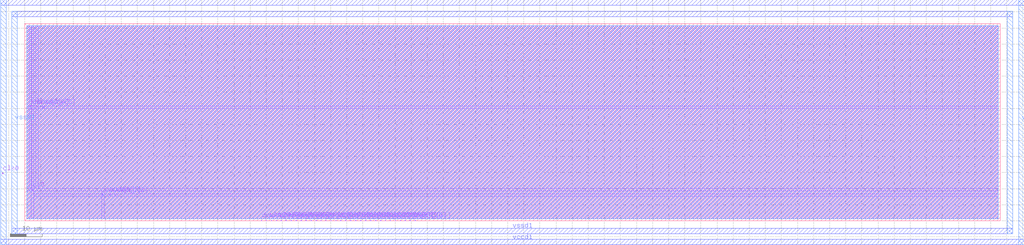
<source format=lef>
VERSION 5.4 ;
NAMESCASESENSITIVE ON ;
BUSBITCHARS "[]" ;
DIVIDERCHAR "/" ;
UNITS
  DATABASE MICRONS 1000 ;
END UNITS
MACRO sky130_rom_krom
   CLASS BLOCK ;
   SIZE 302.89 BY 61.28 ;
   SYMMETRY X Y R90 ;
   PIN clk0
      DIRECTION INPUT ;
      PORT
         LAYER met1 ;
         RECT  -6.975 14.57 -6.715 14.83 ;
      END
   END clk0
   PIN cs0
      DIRECTION INPUT ;
      PORT
         LAYER met1 ;
         RECT  2.245 9.535 2.505 9.795 ;
      END
   END cs0
   PIN addr0[0]
      DIRECTION INPUT ;
      PORT
         LAYER met1 ;
         RECT  24.13 7.905 24.39 8.165 ;
      END
   END addr0[0]
   PIN addr0[1]
      DIRECTION INPUT ;
      PORT
         LAYER met1 ;
         RECT  26.17 7.905 26.43 8.165 ;
      END
   END addr0[1]
   PIN addr0[2]
      DIRECTION INPUT ;
      PORT
         LAYER met1 ;
         RECT  28.21 7.905 28.47 8.165 ;
      END
   END addr0[2]
   PIN addr0[3]
      DIRECTION INPUT ;
      PORT
         LAYER met1 ;
         RECT  1.64 35.25 1.9 35.51 ;
      END
   END addr0[3]
   PIN addr0[4]
      DIRECTION INPUT ;
      PORT
         LAYER met1 ;
         RECT  3.68 35.25 3.94 35.51 ;
      END
   END addr0[4]
   PIN addr0[5]
      DIRECTION INPUT ;
      PORT
         LAYER met1 ;
         RECT  5.72 35.25 5.98 35.51 ;
      END
   END addr0[5]
   PIN dout0[0]
      DIRECTION OUTPUT ;
      PORT
         LAYER met1 ;
         RECT  73.415 -0.045 73.675 0.215 ;
      END
   END dout0[0]
   PIN dout0[1]
      DIRECTION OUTPUT ;
      PORT
         LAYER met1 ;
         RECT  74.955 -0.045 75.215 0.215 ;
      END
   END dout0[1]
   PIN dout0[2]
      DIRECTION OUTPUT ;
      PORT
         LAYER met1 ;
         RECT  76.495 -0.045 76.755 0.215 ;
      END
   END dout0[2]
   PIN dout0[3]
      DIRECTION OUTPUT ;
      PORT
         LAYER met1 ;
         RECT  78.035 -0.045 78.295 0.215 ;
      END
   END dout0[3]
   PIN dout0[4]
      DIRECTION OUTPUT ;
      PORT
         LAYER met1 ;
         RECT  79.575 -0.045 79.835 0.215 ;
      END
   END dout0[4]
   PIN dout0[5]
      DIRECTION OUTPUT ;
      PORT
         LAYER met1 ;
         RECT  81.115 -0.045 81.375 0.215 ;
      END
   END dout0[5]
   PIN dout0[6]
      DIRECTION OUTPUT ;
      PORT
         LAYER met1 ;
         RECT  82.655 -0.045 82.915 0.215 ;
      END
   END dout0[6]
   PIN dout0[7]
      DIRECTION OUTPUT ;
      PORT
         LAYER met1 ;
         RECT  84.195 -0.045 84.455 0.215 ;
      END
   END dout0[7]
   PIN dout0[8]
      DIRECTION OUTPUT ;
      PORT
         LAYER met1 ;
         RECT  85.735 -0.045 85.995 0.215 ;
      END
   END dout0[8]
   PIN dout0[9]
      DIRECTION OUTPUT ;
      PORT
         LAYER met1 ;
         RECT  87.275 -0.045 87.535 0.215 ;
      END
   END dout0[9]
   PIN dout0[10]
      DIRECTION OUTPUT ;
      PORT
         LAYER met1 ;
         RECT  88.815 -0.045 89.075 0.215 ;
      END
   END dout0[10]
   PIN dout0[11]
      DIRECTION OUTPUT ;
      PORT
         LAYER met1 ;
         RECT  90.355 -0.045 90.615 0.215 ;
      END
   END dout0[11]
   PIN dout0[12]
      DIRECTION OUTPUT ;
      PORT
         LAYER met1 ;
         RECT  91.895 -0.045 92.155 0.215 ;
      END
   END dout0[12]
   PIN dout0[13]
      DIRECTION OUTPUT ;
      PORT
         LAYER met1 ;
         RECT  93.435 -0.045 93.695 0.215 ;
      END
   END dout0[13]
   PIN dout0[14]
      DIRECTION OUTPUT ;
      PORT
         LAYER met1 ;
         RECT  94.975 -0.045 95.235 0.215 ;
      END
   END dout0[14]
   PIN dout0[15]
      DIRECTION OUTPUT ;
      PORT
         LAYER met1 ;
         RECT  96.515 -0.045 96.775 0.215 ;
      END
   END dout0[15]
   PIN dout0[16]
      DIRECTION OUTPUT ;
      PORT
         LAYER met1 ;
         RECT  98.055 -0.045 98.315 0.215 ;
      END
   END dout0[16]
   PIN dout0[17]
      DIRECTION OUTPUT ;
      PORT
         LAYER met1 ;
         RECT  99.595 -0.045 99.855 0.215 ;
      END
   END dout0[17]
   PIN dout0[18]
      DIRECTION OUTPUT ;
      PORT
         LAYER met1 ;
         RECT  101.135 -0.045 101.395 0.215 ;
      END
   END dout0[18]
   PIN dout0[19]
      DIRECTION OUTPUT ;
      PORT
         LAYER met1 ;
         RECT  102.675 -0.045 102.935 0.215 ;
      END
   END dout0[19]
   PIN dout0[20]
      DIRECTION OUTPUT ;
      PORT
         LAYER met1 ;
         RECT  104.215 -0.045 104.475 0.215 ;
      END
   END dout0[20]
   PIN dout0[21]
      DIRECTION OUTPUT ;
      PORT
         LAYER met1 ;
         RECT  105.755 -0.045 106.015 0.215 ;
      END
   END dout0[21]
   PIN dout0[22]
      DIRECTION OUTPUT ;
      PORT
         LAYER met1 ;
         RECT  107.295 -0.045 107.555 0.215 ;
      END
   END dout0[22]
   PIN dout0[23]
      DIRECTION OUTPUT ;
      PORT
         LAYER met1 ;
         RECT  108.835 -0.045 109.095 0.215 ;
      END
   END dout0[23]
   PIN dout0[24]
      DIRECTION OUTPUT ;
      PORT
         LAYER met1 ;
         RECT  110.375 -0.045 110.635 0.215 ;
      END
   END dout0[24]
   PIN dout0[25]
      DIRECTION OUTPUT ;
      PORT
         LAYER met1 ;
         RECT  111.915 -0.045 112.175 0.215 ;
      END
   END dout0[25]
   PIN dout0[26]
      DIRECTION OUTPUT ;
      PORT
         LAYER met1 ;
         RECT  113.455 -0.045 113.715 0.215 ;
      END
   END dout0[26]
   PIN dout0[27]
      DIRECTION OUTPUT ;
      PORT
         LAYER met1 ;
         RECT  114.995 -0.045 115.255 0.215 ;
      END
   END dout0[27]
   PIN dout0[28]
      DIRECTION OUTPUT ;
      PORT
         LAYER met1 ;
         RECT  116.535 -0.045 116.795 0.215 ;
      END
   END dout0[28]
   PIN dout0[29]
      DIRECTION OUTPUT ;
      PORT
         LAYER met1 ;
         RECT  118.075 -0.045 118.335 0.215 ;
      END
   END dout0[29]
   PIN dout0[30]
      DIRECTION OUTPUT ;
      PORT
         LAYER met1 ;
         RECT  119.615 -0.045 119.875 0.215 ;
      END
   END dout0[30]
   PIN dout0[31]
      DIRECTION OUTPUT ;
      PORT
         LAYER met1 ;
         RECT  121.155 -0.045 121.415 0.215 ;
      END
   END dout0[31]
   PIN vccd1
      DIRECTION INOUT ;
      USE POWER ; 
      SHAPE ABUTMENT ; 
      PORT
         LAYER met3 ;
         RECT  -7.48 67.02 310.37 68.76 ;
         LAYER met4 ;
         RECT  -7.48 -7.48 -5.74 68.76 ;
         LAYER met4 ;
         RECT  308.63 -7.48 310.37 68.76 ;
         LAYER met3 ;
         RECT  -7.48 -7.48 310.37 -5.74 ;
      END
   END vccd1
   PIN vssd1
      DIRECTION INOUT ;
      USE GROUND ; 
      SHAPE ABUTMENT ; 
      PORT
         LAYER met3 ;
         RECT  -4.0 63.54 306.89 65.28 ;
         LAYER met3 ;
         RECT  -4.0 -4.0 306.89 -2.26 ;
         LAYER met4 ;
         RECT  305.15 -4.0 306.89 65.28 ;
         LAYER met4 ;
         RECT  -4.0 -4.0 -2.26 65.28 ;
      END
   END vssd1
   OBS
   LAYER  met1 ;
      RECT  0.62 0.62 1.965 9.255 ;
      RECT  0.62 9.255 1.965 10.075 ;
      RECT  1.965 0.62 2.785 9.255 ;
      RECT  2.785 9.255 302.27 10.075 ;
      RECT  2.785 0.62 23.85 7.625 ;
      RECT  2.785 7.625 23.85 8.445 ;
      RECT  2.785 8.445 23.85 9.255 ;
      RECT  23.85 0.62 24.67 7.625 ;
      RECT  23.85 8.445 24.67 9.255 ;
      RECT  24.67 0.62 302.27 7.625 ;
      RECT  24.67 8.445 302.27 9.255 ;
      RECT  24.67 7.625 25.89 8.445 ;
      RECT  26.71 7.625 27.93 8.445 ;
      RECT  28.75 7.625 302.27 8.445 ;
      RECT  0.62 10.075 1.36 34.97 ;
      RECT  0.62 34.97 1.36 35.79 ;
      RECT  0.62 35.79 1.36 60.66 ;
      RECT  1.36 10.075 1.965 34.97 ;
      RECT  1.36 35.79 1.965 60.66 ;
      RECT  1.965 10.075 2.18 34.97 ;
      RECT  1.965 35.79 2.18 60.66 ;
      RECT  2.18 10.075 2.785 34.97 ;
      RECT  2.18 34.97 2.785 35.79 ;
      RECT  2.18 35.79 2.785 60.66 ;
      RECT  2.785 10.075 3.4 34.97 ;
      RECT  2.785 34.97 3.4 35.79 ;
      RECT  2.785 35.79 3.4 60.66 ;
      RECT  3.4 10.075 4.22 34.97 ;
      RECT  3.4 35.79 4.22 60.66 ;
      RECT  4.22 10.075 302.27 34.97 ;
      RECT  4.22 35.79 302.27 60.66 ;
      RECT  4.22 34.97 5.44 35.79 ;
      RECT  6.26 34.97 302.27 35.79 ;
   LAYER  met2 ;
      RECT  0.62 0.62 302.27 60.66 ;
   LAYER  met3 ;
      RECT  0.62 0.62 302.27 60.66 ;
   LAYER  met4 ;
      RECT  0.62 0.62 302.27 60.66 ;
   END
END    sky130_rom_krom
END    LIBRARY

</source>
